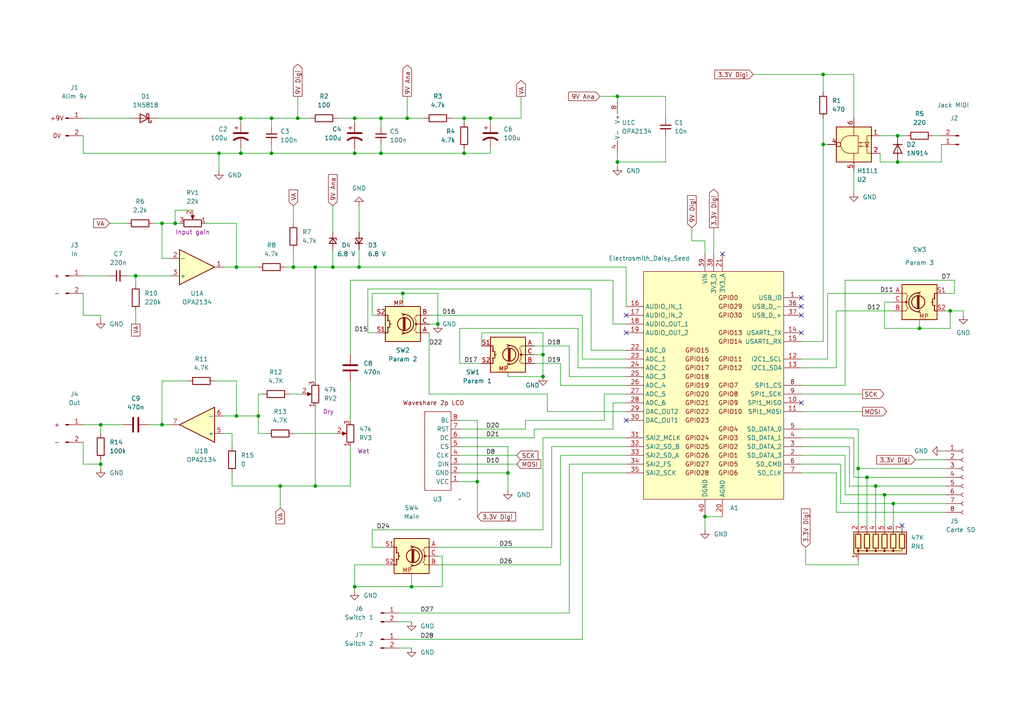
<source format=kicad_sch>
(kicad_sch (version 20231120) (generator "eeschema") (generator_version "8.0")
  (paper "A4")
  (title_block (title "PENDA (Platform for Effects oN DAisy") (date "2024-03-12") (rev "1.1") (company "Home (DADD)"))
  (lib_symbols
    (symbol "@Perso:RotaryEncoder_Switch_MP" (pin_names (offset 0.254) hide)
      (property "Reference" "SW" (at 0 6.604 0))
      (property "Value" "RotaryEncoder_Switch_MP" (at 0 -7.62 0))
      (symbol "RotaryEncoder_Switch_MP_1_1"
        (pin passive line (at -7.62 2.54 0) (length 2.54) (name "A") (number "A"))
        (pin passive line (at -7.62 -2.54 0) (length 2.54) (name "B") (number "B"))
        (pin passive line (at -7.62 0 0) (length 2.54) (name "C") (number "C"))
        (pin passive line (at 0 -5.08 0) (length 2.54) (name "MP") (number "MP"))
        (pin passive line (at 7.62 2.54 180) (length 2.54) (name "S1") (number "S1"))
        (pin passive line (at 7.62 -2.54 180) (length 2.54) (name "S2") (number "S2"))
      )
    )
    (symbol "@Perso:Waveshare_2p_LCD"
      (property "Reference" "U" (at 5.08 0 0))
      (symbol "Waveshare_2p_LCD_1_1"
        (text "Waveshare 2p LCD" (at 7.62 -27.94 0) (effects (font (size 1.27 1.27))))
        (pin power_in line (at 0 -5.08 0) (length 2.54) (name "VCC") (number "1"))
        (pin power_in line (at 0 -7.62 0) (length 2.54) (name "GND") (number "2"))
        (pin input line (at 0 -10.16 0) (length 2.54) (name "DIN") (number "3"))
        (pin input line (at 0 -12.7 0) (length 2.54) (name "CLK") (number "4"))
        (pin input line (at 0 -15.24 0) (length 2.54) (name "CS") (number "5"))
        (pin input line (at 0 -17.78 0) (length 2.54) (name "DC") (number "6"))
        (pin input line (at 0 -20.32 0) (length 2.54) (name "RST") (number "7"))
        (pin input line (at 0 -22.86 0) (length 2.54) (name "BL") (number "8"))
      )
    )
    (symbol "Amplifier_Operational:TL072" (pin_names (offset 0.127))
      (property "Reference" "U" (at 0 5.08 0))
      (property "Value" "TL072" (at 0 -5.08 0))
      (symbol "TL072_1_1"
        (pin output line (at 7.62 0 180) (length 2.54) (name "~") (number "1"))
        (pin input line (at -7.62 -2.54 0) (length 2.54) (name "-") (number "2"))
        (pin input line (at -7.62 2.54 0) (length 2.54) (name "+") (number "3"))
      )
      (symbol "TL072_2_1"
        (pin input line (at -7.62 2.54 0) (length 2.54) (name "+") (number "5"))
        (pin input line (at -7.62 -2.54 0) (length 2.54) (name "-") (number "6"))
        (pin output line (at 7.62 0 180) (length 2.54) (name "~") (number "7"))
      )
      (symbol "TL072_3_1"
        (pin power_in line (at -2.54 -7.62 90) (length 3.81) (name "V-") (number "4"))
        (pin power_in line (at -2.54 7.62 270) (length 3.81) (name "V+") (number "8"))
      )
    )
    (symbol "Conn_01x02_Pin_1" (pin_names (offset 1.016) hide)
      (property "Reference" "J2" (at 2.54 -7.62 0))
      (property "Value" "Jack MIDI" (at 6.35 -11.43 0))
      (symbol "Conn_01x02_Pin_1_1_1"
        (pin input line (at 5.08 0 180) (length 3.81) (name "Pin_1") (number "1"))
        (pin input line (at 5.08 -2.54 180) (length 3.81) (name "Pin_2") (number "2"))
      )
    )
    (symbol "Conn_01x02_Pin_2" (pin_names (offset 1.016) hide)
      (property "Reference" "J1" (at 2.54 8.89 0))
      (property "Value" "Alim 9v" (at 2.54 6.35 0))
      (symbol "Conn_01x02_Pin_2_1_1"
        (text "+9V" (at -2.54 0 0) (effects (font (size 1.27 1.27))))
        (text "0V" (at -2.54 -5.08 0) (effects (font (size 1.27 1.27))))
        (pin power_in line (at 5.08 0 180) (length 3.81) (name "Pin_1") (number "1"))
        (pin power_in line (at 5.08 -5.08 180) (length 3.81) (name "Pin_2") (number "2"))
      )
    )
    (symbol "Conn_01x02_Pin_3" (pin_names (offset 1.016) hide)
      (property "Reference" "J3" (at 2.54 8.89 0))
      (property "Value" "In" (at 2.54 6.35 0))
      (symbol "Conn_01x02_Pin_3_1_1"
        (text "+" (at -2.54 0 0) (effects (font (size 1.27 1.27))))
        (text "-" (at -2.54 -5.08 0) (effects (font (size 1.27 1.27))))
        (pin input line (at 5.08 0 180) (length 3.81) (name "+") (number "1"))
        (pin input line (at 5.08 -5.08 180) (length 3.81) (name "-") (number "2"))
      )
    )
    (symbol "Conn_01x02_Pin_4" (pin_names (offset 1.016) hide)
      (property "Reference" "J4" (at 2.54 8.89 0))
      (property "Value" "Out" (at 2.54 6.35 0))
      (property "Nom" "+" (at -2.54 0 0))
      (symbol "Conn_01x02_Pin_4_1_1"
        (text "-" (at -2.54 -5.08 0) (effects (font (size 1.27 1.27))))
        (pin output line (at 5.08 0 180) (length 3.81) (name "Pin_1") (number "1"))
        (pin output line (at 5.08 -5.08 180) (length 3.81) (name "Pin_2") (number "2"))
      )
    )
    (symbol "Connector:Conn_01x02_Pin" (pin_names (offset 1.016) hide)
      (property "Reference" "J" (at 0 2.54 0))
      (property "Value" "Conn_01x02_Pin" (at 0 -5.08 0))
      (symbol "Conn_01x02_Pin_1_1"
        (pin passive line (at 5.08 0 180) (length 3.81) (name "Pin_1") (number "1"))
        (pin passive line (at 5.08 -2.54 180) (length 3.81) (name "Pin_2") (number "2"))
      )
    )
    (symbol "Connector:Conn_01x08_Socket" (pin_names (offset 1.016) hide)
      (property "Reference" "J" (at 0 10.16 0))
      (property "Value" "Conn_01x08_Socket" (at 0 -12.7 0))
      (symbol "Conn_01x08_Socket_1_1"
        (pin passive line (at -5.08 7.62 0) (length 3.81) (name "Pin_1") (number "1"))
        (pin passive line (at -5.08 5.08 0) (length 3.81) (name "Pin_2") (number "2"))
        (pin passive line (at -5.08 2.54 0) (length 3.81) (name "Pin_3") (number "3"))
        (pin passive line (at -5.08 0 0) (length 3.81) (name "Pin_4") (number "4"))
        (pin passive line (at -5.08 -2.54 0) (length 3.81) (name "Pin_5") (number "5"))
        (pin passive line (at -5.08 -5.08 0) (length 3.81) (name "Pin_6") (number "6"))
        (pin passive line (at -5.08 -7.62 0) (length 3.81) (name "Pin_7") (number "7"))
        (pin passive line (at -5.08 -10.16 0) (length 3.81) (name "Pin_8") (number "8"))
      )
    )
    (symbol "Device:C" (pin_numbers hide) (pin_names (offset 0.254))
      (property "Reference" "C" (at 0.635 2.54 0))
      (property "Value" "C" (at 0.635 -2.54 0))
      (symbol "C_1_1"
        (pin passive line (at 0 3.81 270) (length 2.794) (name "~") (number "1"))
        (pin passive line (at 0 -3.81 90) (length 2.794) (name "~") (number "2"))
      )
    )
    (symbol "Device:C_Polarized_US" (pin_numbers hide) (pin_names (offset 0.254) hide)
      (property "Reference" "C" (at 0.635 2.54 0))
      (property "Value" "C_Polarized_US" (at 0.635 -2.54 0))
      (symbol "C_Polarized_US_1_1"
        (pin passive line (at 0 3.81 270) (length 2.794) (name "~") (number "1"))
        (pin passive line (at 0 -3.81 90) (length 3.302) (name "~") (number "2"))
      )
    )
    (symbol "Device:C_Small" (pin_numbers hide) (pin_names (offset 0.254) hide)
      (property "Reference" "C" (at 0.254 1.778 0))
      (property "Value" "C_Small" (at 0.254 -2.032 0))
      (symbol "C_Small_1_1"
        (pin passive line (at 0 2.54 270) (length 2.032) (name "~") (number "1"))
        (pin passive line (at 0 -2.54 90) (length 2.032) (name "~") (number "2"))
      )
    )
    (symbol "Device:D_Zener_Small" (pin_numbers hide) (pin_names (offset 0.254) hide)
      (property "Reference" "D" (at 0 2.286 0))
      (property "Value" "D_Zener_Small" (at 0 -2.286 0))
      (symbol "D_Zener_Small_1_1"
        (pin passive line (at -2.54 0 0) (length 1.778) (name "K") (number "1"))
        (pin passive line (at 2.54 0 180) (length 1.778) (name "A") (number "2"))
      )
    )
    (symbol "Device:R" (pin_numbers hide) (pin_names (offset 0))
      (property "Reference" "R" (at 2.032 0 90))
      (property "Value" "R" (at 0 0 90))
      (symbol "R_1_1"
        (pin passive line (at 0 3.81 270) (length 1.27) (name "~") (number "1"))
        (pin passive line (at 0 -3.81 90) (length 1.27) (name "~") (number "2"))
      )
    )
    (symbol "Device:R_Network06" (pin_names (offset 0) hide)
      (property "Reference" "RN" (at -10.16 0 90))
      (property "Value" "R_Network06" (at 7.62 0 90))
      (symbol "R_Network06_1_1"
        (pin passive line (at -7.62 5.08 270) (length 2.54) (name "common") (number "1"))
        (pin passive line (at -7.62 -5.08 90) (length 1.27) (name "R1") (number "2"))
        (pin passive line (at -5.08 -5.08 90) (length 1.27) (name "R2") (number "3"))
        (pin passive line (at -2.54 -5.08 90) (length 1.27) (name "R3") (number "4"))
        (pin passive line (at 0 -5.08 90) (length 1.27) (name "R4") (number "5"))
        (pin passive line (at 2.54 -5.08 90) (length 1.27) (name "R5") (number "6"))
        (pin passive line (at 5.08 -5.08 90) (length 1.27) (name "R6") (number "7"))
      )
    )
    (symbol "Device:R_Potentiometer" (pin_names (offset 1.016) hide)
      (property "Reference" "RV" (at -4.445 0 90))
      (property "Value" "R_Potentiometer" (at -2.54 0 90))
      (symbol "R_Potentiometer_1_1"
        (pin passive line (at 0 3.81 270) (length 1.27) (name "1") (number "1"))
        (pin passive line (at 3.81 0 180) (length 1.27) (name "2") (number "2"))
        (pin passive line (at 0 -3.81 90) (length 1.27) (name "3") (number "3"))
      )
    )
    (symbol "Diode:1N5818" (pin_numbers hide) (pin_names (offset 1.016) hide)
      (property "Reference" "D" (at 0 2.54 0))
      (property "Value" "1N5818" (at 0 -2.54 0))
      (symbol "1N5818_1_1"
        (pin passive line (at -3.81 0 0) (length 2.54) (name "K") (number "1"))
        (pin passive line (at 3.81 0 180) (length 2.54) (name "A") (number "2"))
      )
    )
    (symbol "Diode:1N914" (pin_numbers hide) (pin_names hide)
      (property "Reference" "D" (at 0 2.54 0))
      (property "Value" "1N914" (at 0 -2.54 0))
      (symbol "1N914_1_1"
        (pin passive line (at -3.81 0 0) (length 2.54) (name "K") (number "1"))
        (pin passive line (at 3.81 0 180) (length 2.54) (name "A") (number "2"))
      )
    )
    (symbol "Isolator:H11L1" (pin_names (offset 1.016))
      (property "Reference" "U" (at 1.27 8.89 0))
      (property "Value" "H11L1" (at 1.27 6.35 0))
      (symbol "H11L1_1_1"
        (pin passive line (at -7.62 2.54 0) (length 2.54) (name "~") (number "1"))
        (pin passive line (at -7.62 -2.54 0) (length 2.54) (name "~") (number "2"))
        (pin no_connect line (at -5.08 0 0) (length 2.54) hide (name "~") (number "3"))
        (pin output inverted (at 7.62 0 180) (length 3.81) (name "~") (number "4"))
        (pin power_in line (at 0 -7.62 90) (length 2.54) (name "~") (number "5"))
        (pin power_in line (at 0 7.62 270) (length 2.54) (name "~") (number "6"))
      )
    )
    (symbol "MCU_Module:Electrosmith_Daisy_Seed_Rev4"
      (property "Reference" "A1" (at 4.7341 -35.56 0))
      (property "Value" "Electrosmith_Daisy_Seed" (at -30.48 36.83 0))
      (symbol "Electrosmith_Daisy_Seed_Rev4_0_0"
        (text "GPIO0" (at 1.27 25.4 0) (effects (font (size 1.27 1.27)) (justify left)))
        (text "GPIO1" (at 1.27 -20.32 0) (effects (font (size 1.27 1.27)) (justify left)))
        (text "GPIO10" (at 1.27 -7.62 0) (effects (font (size 1.27 1.27)) (justify left)))
        (text "GPIO11" (at 1.27 7.62 0) (effects (font (size 1.27 1.27)) (justify left)))
        (text "GPIO12" (at 1.27 5.08 0) (effects (font (size 1.27 1.27)) (justify left)))
        (text "GPIO13" (at 1.27 15.24 0) (effects (font (size 1.27 1.27)) (justify left)))
        (text "GPIO14" (at 1.27 12.7 0) (effects (font (size 1.27 1.27)) (justify left)))
        (text "GPIO15" (at -1.27 10.16 0) (effects (font (size 1.27 1.27)) (justify right)))
        (text "GPIO16" (at -1.27 7.62 0) (effects (font (size 1.27 1.27)) (justify right)))
        (text "GPIO17" (at -1.27 5.08 0) (effects (font (size 1.27 1.27)) (justify right)))
        (text "GPIO18" (at -1.27 2.54 0) (effects (font (size 1.27 1.27)) (justify right)))
        (text "GPIO19" (at -1.27 0 0) (effects (font (size 1.27 1.27)) (justify right)))
        (text "GPIO2" (at 1.27 -17.78 0) (effects (font (size 1.27 1.27)) (justify left)))
        (text "GPIO20" (at -1.27 -2.54 0) (effects (font (size 1.27 1.27)) (justify right)))
        (text "GPIO21" (at -1.27 -5.08 0) (effects (font (size 1.27 1.27)) (justify right)))
        (text "GPIO22" (at -1.27 -7.62 0) (effects (font (size 1.27 1.27)) (justify right)))
        (text "GPIO23" (at -1.27 -10.16 0) (effects (font (size 1.27 1.27)) (justify right)))
        (text "GPIO24" (at -1.27 -15.24 0) (effects (font (size 1.27 1.27)) (justify right)))
        (text "GPIO25" (at -1.27 -17.78 0) (effects (font (size 1.27 1.27)) (justify right)))
        (text "GPIO26" (at -1.27 -20.32 0) (effects (font (size 1.27 1.27)) (justify right)))
        (text "GPIO27" (at -1.27 -22.86 0) (effects (font (size 1.27 1.27)) (justify right)))
        (text "GPIO28" (at -1.27 -25.4 0) (effects (font (size 1.27 1.27)) (justify right)))
        (text "GPIO29" (at 1.27 22.86 0) (effects (font (size 1.27 1.27)) (justify left)))
        (text "GPIO3" (at 1.27 -15.24 0) (effects (font (size 1.27 1.27)) (justify left)))
        (text "GPIO30" (at 1.27 20.32 0) (effects (font (size 1.27 1.27)) (justify left)))
        (text "GPIO4" (at 1.27 -12.7 0) (effects (font (size 1.27 1.27)) (justify left)))
        (text "GPIO5" (at 1.27 -22.86 0) (effects (font (size 1.27 1.27)) (justify left)))
        (text "GPIO6" (at 1.27 -25.4 0) (effects (font (size 1.27 1.27)) (justify left)))
        (text "GPIO7" (at 1.27 0 0) (effects (font (size 1.27 1.27)) (justify left)))
        (text "GPIO8" (at 1.27 -2.54 0) (effects (font (size 1.27 1.27)) (justify left)))
        (text "GPIO9" (at 1.27 -5.08 0) (effects (font (size 1.27 1.27)) (justify left)))
        (pin bidirectional line (at 25.4 25.4 180) (length 5.08) (name "USB_ID") (number "1"))
        (pin bidirectional line (at 25.4 7.62 180) (length 5.08) (name "I2C1_SCL") (number "12"))
        (pin bidirectional line (at 25.4 5.08 180) (length 5.08) (name "I2C1_SDA") (number "13"))
        (pin bidirectional line (at 25.4 15.24 180) (length 5.08) (name "USART1_TX") (number "14"))
        (pin bidirectional line (at 25.4 12.7 180) (length 5.08) (name "USART1_RX") (number "15"))
        (pin input line (at -25.4 22.86 0) (length 5.08) (name "AUDIO_IN_1") (number "16"))
        (pin input line (at -25.4 20.32 0) (length 5.08) (name "AUDIO_IN_2") (number "17"))
        (pin output line (at -25.4 17.78 0) (length 5.08) (name "AUDIO_OUT_1") (number "18"))
        (pin output line (at -25.4 15.24 0) (length 5.08) (name "AUDIO_OUT_2") (number "19"))
        (pin bidirectional line (at 25.4 -20.32 180) (length 5.08) (name "SD_DATA_3") (number "2"))
        (pin power_in line (at 2.54 -38.1 90) (length 5.08) (name "AGND") (number "20"))
        (pin power_out line (at 2.54 38.1 270) (length 5.08) (name "3V3_A") (number "21"))
        (pin bidirectional line (at -25.4 10.16 0) (length 5.08) (name "ADC_0") (number "22"))
        (pin bidirectional line (at -25.4 7.62 0) (length 5.08) (name "ADC_1") (number "23"))
        (pin bidirectional line (at -25.4 5.08 0) (length 5.08) (name "ADC_2") (number "24"))
        (pin bidirectional line (at -25.4 2.54 0) (length 5.08) (name "ADC_3") (number "25"))
        (pin bidirectional line (at -25.4 0 0) (length 5.08) (name "ADC_4") (number "26"))
        (pin bidirectional line (at -25.4 -2.54 0) (length 5.08) (name "ADC_5") (number "27"))
        (pin bidirectional line (at -25.4 -5.08 0) (length 5.08) (name "ADC_6") (number "28"))
        (pin bidirectional line (at -25.4 -7.62 0) (length 5.08) (name "DAC_OUT2") (number "29"))
        (pin bidirectional line (at 25.4 -17.78 180) (length 5.08) (name "SD_DATA_2") (number "3"))
        (pin bidirectional line (at -25.4 -10.16 0) (length 5.08) (name "DAC_OUT1") (number "30"))
        (pin bidirectional line (at -25.4 -15.24 0) (length 5.08) (name "SAI2_MCLK") (number "31"))
        (pin bidirectional line (at -25.4 -17.78 0) (length 5.08) (name "SAI2_SD_B") (number "32"))
        (pin bidirectional line (at -25.4 -20.32 0) (length 5.08) (name "SAI2_SD_A") (number "33"))
        (pin bidirectional line (at -25.4 -22.86 0) (length 5.08) (name "SAI2_FS") (number "34"))
        (pin bidirectional line (at -25.4 -25.4 0) (length 5.08) (name "SAI2_SCK") (number "35"))
        (pin bidirectional line (at 25.4 22.86 180) (length 5.08) (name "USB_D_-") (number "36"))
        (pin bidirectional line (at 25.4 20.32 180) (length 5.08) (name "USB_D_+") (number "37"))
        (pin power_out line (at 0 38.1 270) (length 5.08) (name "3V3_D") (number "38"))
        (pin bidirectional line (at 25.4 -15.24 180) (length 5.08) (name "SD_DATA_1") (number "4"))
        (pin power_in line (at -2.54 -38.1 90) (length 5.08) (name "DGND") (number "40"))
        (pin bidirectional line (at 25.4 -12.7 180) (length 5.08) (name "SD_DATA_0") (number "5"))
        (pin bidirectional line (at 25.4 -22.86 180) (length 5.08) (name "SD_CMD") (number "6"))
        (pin bidirectional line (at 25.4 -25.4 180) (length 5.08) (name "SD_CLK") (number "7"))
        (pin bidirectional line (at 25.4 0 180) (length 5.08) (name "SPI1_CS") (number "8"))
        (pin bidirectional line (at 25.4 -2.54 180) (length 5.08) (name "SPI1_SCK") (number "9"))
      )
      (symbol "Electrosmith_Daisy_Seed_Rev4_1_0"
        (pin bidirectional line (at 25.4 -5.08 180) (length 5.08) (name "SPI1_MISO") (number "10"))
        (pin bidirectional line (at 25.4 -7.62 180) (length 5.08) (name "SPI1_M0SI") (number "11"))
        (pin power_in line (at -2.54 38.1 270) (length 5.08) (name "VIN") (number "39"))
      )
    )
    (symbol "power:GND" (power) (pin_names (offset 0))
      (property "Value" "GND" (at 0 -3.81 0))
      (symbol "GND_1_1"
        (pin power_in line (at 0 0 270) (length 0) hide (name "GND") (number "1"))
      )
    )
  )
  (junction (at 157.48 109.22))
  (junction (at 138.43 139.7))
  (junction (at 204.47 149.86))
  (junction (at 74.93 120.65))
  (junction (at 251.46 138.43))
  (junction (at 238.76 41.91))
  (junction (at 69.85 44.45))
  (junction (at 116.84 85.09))
  (junction (at 266.7 95.25))
  (junction (at 119.38 170.18))
  (junction (at 179.07 46.99))
  (junction (at 68.58 77.47))
  (junction (at 86.36 34.29))
  (junction (at 91.44 140.97))
  (junction (at 96.52 77.47))
  (junction (at 134.62 44.45))
  (junction (at 248.92 135.89))
  (junction (at 46.99 64.77))
  (junction (at 110.49 44.45))
  (junction (at 127 93.98))
  (junction (at 85.09 77.47))
  (junction (at 102.87 170.18))
  (junction (at 68.58 120.65))
  (junction (at 63.5 44.45))
  (junction (at 102.87 44.45))
  (junction (at 256.54 143.51))
  (junction (at 259.08 146.05))
  (junction (at 157.48 102.87))
  (junction (at 81.28 140.97))
  (junction (at 102.87 34.29))
  (junction (at 78.74 34.29))
  (junction (at 118.11 34.29))
  (junction (at 50.8 64.77))
  (junction (at 91.44 77.47))
  (junction (at 179.07 27.94))
  (junction (at 147.32 137.16))
  (junction (at 39.37 80.01))
  (junction (at 275.59 90.17))
  (junction (at 104.14 77.47))
  (junction (at 29.21 134.62))
  (junction (at 260.35 39.37))
  (junction (at 254 140.97))
  (junction (at 69.85 34.29))
  (junction (at 260.35 46.99))
  (junction (at 46.99 123.19))
  (junction (at 29.21 123.19))
  (junction (at 142.24 34.29))
  (junction (at 134.62 34.29))
  (junction (at 238.76 21.59))
  (junction (at 78.74 44.45))
  (junction (at 110.49 34.29))
  (no_connect (at 181.61 121.92))
  (no_connect (at 232.41 96.52))
  (no_connect (at 209.55 73.66))
  (no_connect (at 261.62 152.4))
  (no_connect (at 181.61 96.52))
  (no_connect (at 232.41 86.36))
  (no_connect (at 232.41 91.44))
  (no_connect (at 232.41 116.84))
  (no_connect (at 181.61 91.44))
  (no_connect (at 232.41 88.9))
  (wire (pts (xy 69.85 44.45) (xy 78.74 44.45)))
  (wire (pts (xy 106.68 96.52) (xy 106.68 83.82)))
  (wire (pts (xy 29.21 123.19) (xy 29.21 125.73)))
  (wire (pts (xy 62.23 110.49) (xy 68.58 110.49)))
  (wire (pts (xy 181.61 132.08) (xy 162.56 132.08)))
  (wire (pts (xy 102.87 171.45) (xy 102.87 170.18)))
  (wire (pts (xy 124.46 114.3) (xy 158.75 114.3)))
  (wire (pts (xy 238.76 21.59) (xy 247.65 21.59)))
  (wire (pts (xy 101.6 81.28) (xy 101.6 102.87)))
  (wire (pts (xy 248.92 135.89) (xy 248.92 152.4)))
  (wire (pts (xy 130.81 34.29) (xy 134.62 34.29)))
  (wire (pts (xy 102.87 35.56) (xy 102.87 34.29)))
  (wire (pts (xy 154.94 127) (xy 154.94 124.46)))
  (wire (pts (xy 157.48 109.22) (xy 157.48 102.87)))
  (wire (pts (xy 233.68 158.75) (xy 233.68 163.83)))
  (wire (pts (xy 119.38 166.37) (xy 119.38 170.18)))
  (wire (pts (xy 154.94 124.46) (xy 177.8 124.46)))
  (wire (pts (xy 232.41 104.14) (xy 240.03 104.14)))
  (wire (pts (xy 275.59 90.17) (xy 274.32 90.17)))
  (wire (pts (xy 124.46 91.44) (xy 168.91 91.44)))
  (wire (pts (xy 274.32 130.81) (xy 273.05 130.81)))
  (wire (pts (xy 29.21 134.62) (xy 29.21 135.89)))
  (wire (pts (xy 133.35 95.25) (xy 133.35 105.41)))
  (wire (pts (xy 46.99 64.77) (xy 50.8 64.77)))
  (wire (pts (xy 91.44 118.11) (xy 91.44 140.97)))
  (wire (pts (xy 274.32 85.09) (xy 276.86 85.09)))
  (wire (pts (xy 109.22 96.52) (xy 106.68 96.52)))
  (wire (pts (xy 24.13 39.37) (xy 24.13 44.45)))
  (wire (pts (xy 96.52 72.39) (xy 96.52 77.47)))
  (wire (pts (xy 78.74 44.45) (xy 102.87 44.45)))
  (wire (pts (xy 181.61 93.98) (xy 177.8 93.98)))
  (wire (pts (xy 256.54 95.25) (xy 266.7 95.25)))
  (wire (pts (xy 243.84 146.05) (xy 259.08 146.05)))
  (wire (pts (xy 147.32 107.95) (xy 147.32 109.22)))
  (wire (pts (xy 181.61 77.47) (xy 181.61 88.9)))
  (wire (pts (xy 207.01 66.04) (xy 207.01 73.66)))
  (wire (pts (xy 154.94 100.33) (xy 165.1 100.33)))
  (wire (pts (xy 44.45 64.77) (xy 46.99 64.77)))
  (wire (pts (xy 110.49 36.83) (xy 110.49 34.29)))
  (wire (pts (xy 245.11 81.28) (xy 245.11 111.76)))
  (wire (pts (xy 64.77 120.65) (xy 68.58 120.65)))
  (wire (pts (xy 67.31 125.73) (xy 67.31 129.54)))
  (wire (pts (xy 266.7 92.71) (xy 266.7 95.25)))
  (wire (pts (xy 134.62 44.45) (xy 142.24 44.45)))
  (wire (pts (xy 240.03 85.09) (xy 240.03 104.14)))
  (wire (pts (xy 24.13 80.01) (xy 31.75 80.01)))
  (wire (pts (xy 134.62 44.45) (xy 134.62 43.18)))
  (wire (pts (xy 78.74 34.29) (xy 86.36 34.29)))
  (wire (pts (xy 110.49 44.45) (xy 134.62 44.45)))
  (wire (pts (xy 69.85 35.56) (xy 69.85 34.29)))
  (wire (pts (xy 168.91 185.42) (xy 168.91 137.16)))
  (wire (pts (xy 115.57 187.96) (xy 119.38 187.96)))
  (wire (pts (xy 154.94 105.41) (xy 162.56 105.41)))
  (wire (pts (xy 85.09 77.47) (xy 91.44 77.47)))
  (wire (pts (xy 238.76 99.06) (xy 238.76 41.91)))
  (wire (pts (xy 115.57 177.8) (xy 165.1 177.8)))
  (wire (pts (xy 116.84 85.09) (xy 116.84 88.9)))
  (wire (pts (xy 242.57 137.16) (xy 242.57 148.59)))
  (wire (pts (xy 46.99 123.19) (xy 49.53 123.19)))
  (wire (pts (xy 181.61 106.68) (xy 167.64 106.68)))
  (wire (pts (xy 177.8 93.98) (xy 177.8 81.28)))
  (wire (pts (xy 91.44 77.47) (xy 96.52 77.47)))
  (wire (pts (xy 139.7 96.52) (xy 157.48 96.52)))
  (wire (pts (xy 67.31 137.16) (xy 67.31 140.97)))
  (wire (pts (xy 255.27 44.45) (xy 255.27 46.99)))
  (wire (pts (xy 204.47 69.85) (xy 204.47 73.66)))
  (wire (pts (xy 115.57 185.42) (xy 168.91 185.42)))
  (wire (pts (xy 82.55 77.47) (xy 85.09 77.47)))
  (wire (pts (xy 104.14 59.69) (xy 104.14 67.31)))
  (wire (pts (xy 78.74 34.29) (xy 78.74 36.83)))
  (wire (pts (xy 29.21 91.44) (xy 29.21 92.71)))
  (wire (pts (xy 133.35 137.16) (xy 147.32 137.16)))
  (wire (pts (xy 133.35 139.7) (xy 138.43 139.7)))
  (wire (pts (xy 242.57 90.17) (xy 242.57 106.68)))
  (wire (pts (xy 238.76 21.59) (xy 238.76 26.67)))
  (wire (pts (xy 260.35 39.37) (xy 262.89 39.37)))
  (wire (pts (xy 69.85 34.29) (xy 78.74 34.29)))
  (wire (pts (xy 24.13 134.62) (xy 29.21 134.62)))
  (wire (pts (xy 251.46 138.43) (xy 251.46 152.4)))
  (wire (pts (xy 59.69 64.77) (xy 68.58 64.77)))
  (wire (pts (xy 86.36 34.29) (xy 90.17 34.29)))
  (wire (pts (xy 29.21 123.19) (xy 35.56 123.19)))
  (wire (pts (xy 147.32 137.16) (xy 147.32 142.24)))
  (wire (pts (xy 77.47 125.73) (xy 74.93 125.73)))
  (wire (pts (xy 138.43 149.86) (xy 138.43 139.7)))
  (wire (pts (xy 142.24 44.45) (xy 142.24 43.18)))
  (wire (pts (xy 232.41 132.08) (xy 245.11 132.08)))
  (wire (pts (xy 157.48 96.52) (xy 157.48 102.87)))
  (wire (pts (xy 259.08 146.05) (xy 274.32 146.05)))
  (wire (pts (xy 83.82 114.3) (xy 87.63 114.3)))
  (wire (pts (xy 128.27 161.29) (xy 128.27 170.18)))
  (wire (pts (xy 102.87 34.29) (xy 110.49 34.29)))
  (wire (pts (xy 24.13 34.29) (xy 38.1 34.29)))
  (wire (pts (xy 101.6 129.54) (xy 101.6 140.97)))
  (wire (pts (xy 251.46 138.43) (xy 274.32 138.43)))
  (wire (pts (xy 55.88 60.96) (xy 50.8 60.96)))
  (wire (pts (xy 39.37 90.17) (xy 39.37 93.98)))
  (wire (pts (xy 255.27 46.99) (xy 260.35 46.99)))
  (wire (pts (xy 102.87 170.18) (xy 119.38 170.18)))
  (wire (pts (xy 232.41 99.06) (xy 238.76 99.06)))
  (wire (pts (xy 248.92 163.83) (xy 248.92 162.56)))
  (wire (pts (xy 116.84 85.09) (xy 127 85.09)))
  (wire (pts (xy 107.95 153.67) (xy 157.48 153.67)))
  (wire (pts (xy 67.31 140.97) (xy 81.28 140.97)))
  (wire (pts (xy 177.8 116.84) (xy 181.61 116.84)))
  (wire (pts (xy 24.13 44.45) (xy 63.5 44.45)))
  (wire (pts (xy 91.44 140.97) (xy 101.6 140.97)))
  (wire (pts (xy 142.24 35.56) (xy 142.24 34.29)))
  (wire (pts (xy 181.61 129.54) (xy 160.02 129.54)))
  (wire (pts (xy 168.91 91.44) (xy 168.91 104.14)))
  (wire (pts (xy 127 161.29) (xy 128.27 161.29)))
  (wire (pts (xy 247.65 127) (xy 247.65 138.43)))
  (wire (pts (xy 118.11 34.29) (xy 123.19 34.29)))
  (wire (pts (xy 204.47 149.86) (xy 209.55 149.86)))
  (wire (pts (xy 31.75 64.77) (xy 36.83 64.77)))
  (wire (pts (xy 160.02 129.54) (xy 160.02 158.75)))
  (wire (pts (xy 24.13 85.09) (xy 24.13 91.44)))
  (wire (pts (xy 275.59 90.17) (xy 275.59 95.25)))
  (wire (pts (xy 106.68 83.82) (xy 171.45 83.82)))
  (wire (pts (xy 110.49 41.91) (xy 110.49 44.45)))
  (wire (pts (xy 255.27 39.37) (xy 260.35 39.37)))
  (wire (pts (xy 151.13 27.94) (xy 151.13 34.29)))
  (wire (pts (xy 238.76 34.29) (xy 238.76 41.91)))
  (wire (pts (xy 165.1 134.62) (xy 181.61 134.62)))
  (wire (pts (xy 165.1 109.22) (xy 165.1 100.33)))
  (wire (pts (xy 74.93 114.3) (xy 76.2 114.3)))
  (wire (pts (xy 97.79 34.29) (xy 102.87 34.29)))
  (wire (pts (xy 270.51 39.37) (xy 273.05 39.37)))
  (wire (pts (xy 179.07 46.99) (xy 193.04 46.99)))
  (wire (pts (xy 50.8 64.77) (xy 52.07 64.77)))
  (wire (pts (xy 181.61 114.3) (xy 175.26 114.3)))
  (wire (pts (xy 49.53 74.93) (xy 46.99 74.93)))
  (wire (pts (xy 115.57 180.34) (xy 119.38 180.34)))
  (wire (pts (xy 273.05 41.91) (xy 273.05 46.99)))
  (wire (pts (xy 43.18 123.19) (xy 46.99 123.19)))
  (wire (pts (xy 134.62 34.29) (xy 142.24 34.29)))
  (wire (pts (xy 167.64 106.68) (xy 167.64 95.25)))
  (wire (pts (xy 134.62 35.56) (xy 134.62 34.29)))
  (wire (pts (xy 276.86 81.28) (xy 245.11 81.28)))
  (wire (pts (xy 102.87 163.83) (xy 102.87 170.18)))
  (wire (pts (xy 24.13 123.19) (xy 29.21 123.19)))
  (wire (pts (xy 133.35 134.62) (xy 149.86 134.62)))
  (wire (pts (xy 124.46 96.52) (xy 124.46 114.3)))
  (wire (pts (xy 102.87 163.83) (xy 111.76 163.83)))
  (wire (pts (xy 254 140.97) (xy 274.32 140.97)))
  (wire (pts (xy 127 163.83) (xy 162.56 163.83)))
  (wire (pts (xy 193.04 27.94) (xy 193.04 34.29)))
  (wire (pts (xy 102.87 44.45) (xy 102.87 43.18)))
  (wire (pts (xy 177.8 116.84) (xy 177.8 124.46)))
  (wire (pts (xy 104.14 72.39) (xy 104.14 77.47)))
  (wire (pts (xy 266.7 95.25) (xy 275.59 95.25)))
  (wire (pts (xy 107.95 91.44) (xy 109.22 91.44)))
  (wire (pts (xy 81.28 140.97) (xy 91.44 140.97)))
  (wire (pts (xy 46.99 110.49) (xy 46.99 123.19)))
  (wire (pts (xy 243.84 134.62) (xy 243.84 146.05)))
  (wire (pts (xy 246.38 129.54) (xy 246.38 140.97)))
  (wire (pts (xy 245.11 132.08) (xy 245.11 143.51)))
  (wire (pts (xy 64.77 77.47) (xy 68.58 77.47)))
  (wire (pts (xy 179.07 46.99) (xy 179.07 48.26)))
  (wire (pts (xy 232.41 119.38) (xy 250.19 119.38)))
  (wire (pts (xy 64.77 125.73) (xy 67.31 125.73)))
  (wire (pts (xy 232.41 106.68) (xy 242.57 106.68)))
  (wire (pts (xy 200.66 66.04) (xy 200.66 69.85)))
  (wire (pts (xy 248.92 124.46) (xy 248.92 135.89)))
  (wire (pts (xy 247.65 49.53) (xy 247.65 55.88)))
  (wire (pts (xy 85.09 72.39) (xy 85.09 77.47)))
  (wire (pts (xy 133.35 105.41) (xy 139.7 105.41)))
  (wire (pts (xy 256.54 143.51) (xy 274.32 143.51)))
  (wire (pts (xy 279.4 90.17) (xy 275.59 90.17)))
  (wire (pts (xy 232.41 134.62) (xy 243.84 134.62)))
  (wire (pts (xy 111.76 158.75) (xy 107.95 158.75)))
  (wire (pts (xy 39.37 80.01) (xy 49.53 80.01)))
  (wire (pts (xy 104.14 77.47) (xy 181.61 77.47)))
  (wire (pts (xy 238.76 41.91) (xy 240.03 41.91)))
  (wire (pts (xy 81.28 140.97) (xy 81.28 147.32)))
  (wire (pts (xy 259.08 90.17) (xy 242.57 90.17)))
  (wire (pts (xy 68.58 120.65) (xy 74.93 120.65)))
  (wire (pts (xy 193.04 39.37) (xy 193.04 46.99)))
  (wire (pts (xy 233.68 163.83) (xy 248.92 163.83)))
  (wire (pts (xy 142.24 34.29) (xy 151.13 34.29)))
  (wire (pts (xy 74.93 120.65) (xy 74.93 114.3)))
  (wire (pts (xy 279.4 90.17) (xy 279.4 91.44)))
  (wire (pts (xy 86.36 27.94) (xy 86.36 34.29)))
  (wire (pts (xy 259.08 87.63) (xy 256.54 87.63)))
  (wire (pts (xy 102.87 44.45) (xy 110.49 44.45)))
  (wire (pts (xy 107.95 85.09) (xy 116.84 85.09)))
  (wire (pts (xy 85.09 59.69) (xy 85.09 64.77)))
  (wire (pts (xy 133.35 121.92) (xy 138.43 121.92)))
  (wire (pts (xy 36.83 80.01) (xy 39.37 80.01)))
  (wire (pts (xy 232.41 114.3) (xy 250.19 114.3)))
  (wire (pts (xy 63.5 44.45) (xy 63.5 49.53)))
  (wire (pts (xy 245.11 143.51) (xy 256.54 143.51)))
  (wire (pts (xy 259.08 85.09) (xy 240.03 85.09)))
  (wire (pts (xy 162.56 111.76) (xy 181.61 111.76)))
  (wire (pts (xy 246.38 140.97) (xy 254 140.97)))
  (wire (pts (xy 133.35 124.46) (xy 152.4 124.46)))
  (wire (pts (xy 152.4 121.92) (xy 175.26 121.92)))
  (wire (pts (xy 260.35 46.99) (xy 273.05 46.99)))
  (wire (pts (xy 162.56 132.08) (xy 162.56 163.83)))
  (wire (pts (xy 68.58 77.47) (xy 74.93 77.47)))
  (wire (pts (xy 247.65 21.59) (xy 247.65 34.29)))
  (wire (pts (xy 50.8 60.96) (xy 50.8 64.77)))
  (wire (pts (xy 232.41 124.46) (xy 248.92 124.46)))
  (wire (pts (xy 68.58 120.65) (xy 68.58 110.49)))
  (wire (pts (xy 96.52 59.69) (xy 96.52 67.31)))
  (wire (pts (xy 171.45 83.82) (xy 171.45 101.6)))
  (wire (pts (xy 46.99 74.93) (xy 46.99 64.77)))
  (wire (pts (xy 181.61 109.22) (xy 165.1 109.22)))
  (wire (pts (xy 133.35 127) (xy 154.94 127)))
  (wire (pts (xy 127 158.75) (xy 160.02 158.75)))
  (wire (pts (xy 157.48 127) (xy 157.48 153.67)))
  (wire (pts (xy 24.13 91.44) (xy 29.21 91.44)))
  (wire (pts (xy 127 93.98) (xy 127 85.09)))
  (wire (pts (xy 107.95 91.44) (xy 107.95 85.09)))
  (wire (pts (xy 168.91 137.16) (xy 181.61 137.16)))
  (wire (pts (xy 96.52 77.47) (xy 104.14 77.47)))
  (wire (pts (xy 68.58 64.77) (xy 68.58 77.47)))
  (wire (pts (xy 173.99 27.94) (xy 179.07 27.94)))
  (wire (pts (xy 218.44 21.59) (xy 238.76 21.59)))
  (wire (pts (xy 256.54 87.63) (xy 256.54 95.25)))
  (wire (pts (xy 85.09 125.73) (xy 97.79 125.73)))
  (wire (pts (xy 232.41 127) (xy 247.65 127)))
  (wire (pts (xy 29.21 133.35) (xy 29.21 134.62)))
  (wire (pts (xy 74.93 120.65) (xy 74.93 125.73)))
  (wire (pts (xy 46.99 110.49) (xy 54.61 110.49)))
  (wire (pts (xy 175.26 114.3) (xy 175.26 121.92)))
  (wire (pts (xy 147.32 109.22) (xy 157.48 109.22)))
  (wire (pts (xy 276.86 85.09) (xy 276.86 81.28)))
  (wire (pts (xy 248.92 135.89) (xy 274.32 135.89)))
  (wire (pts (xy 232.41 129.54) (xy 246.38 129.54)))
  (wire (pts (xy 158.75 114.3) (xy 158.75 119.38)))
  (wire (pts (xy 91.44 77.47) (xy 91.44 110.49)))
  (wire (pts (xy 152.4 124.46) (xy 152.4 121.92)))
  (wire (pts (xy 254 140.97) (xy 254 152.4)))
  (wire (pts (xy 256.54 143.51) (xy 256.54 152.4)))
  (wire (pts (xy 139.7 100.33) (xy 139.7 96.52)))
  (wire (pts (xy 45.72 34.29) (xy 69.85 34.29)))
  (wire (pts (xy 101.6 110.49) (xy 101.6 121.92)))
  (wire (pts (xy 242.57 148.59) (xy 274.32 148.59)))
  (wire (pts (xy 158.75 119.38) (xy 181.61 119.38)))
  (wire (pts (xy 39.37 80.01) (xy 39.37 82.55)))
  (wire (pts (xy 133.35 95.25) (xy 167.64 95.25)))
  (wire (pts (xy 179.07 27.94) (xy 179.07 29.21)))
  (wire (pts (xy 265.43 133.35) (xy 274.32 133.35)))
  (wire (pts (xy 133.35 132.08) (xy 149.86 132.08)))
  (wire (pts (xy 124.46 93.98) (xy 127 93.98)))
  (wire (pts (xy 232.41 137.16) (xy 242.57 137.16)))
  (wire (pts (xy 138.43 121.92) (xy 138.43 139.7)))
  (wire (pts (xy 118.11 27.94) (xy 118.11 34.29)))
  (wire (pts (xy 179.07 44.45) (xy 179.07 46.99)))
  (wire (pts (xy 165.1 177.8) (xy 165.1 134.62)))
  (wire (pts (xy 63.5 44.45) (xy 69.85 44.45)))
  (wire (pts (xy 78.74 41.91) (xy 78.74 44.45)))
  (wire (pts (xy 171.45 101.6) (xy 181.61 101.6)))
  (wire (pts (xy 245.11 111.76) (xy 232.41 111.76)))
  (wire (pts (xy 154.94 102.87) (xy 157.48 102.87)))
  (wire (pts (xy 69.85 44.45) (xy 69.85 43.18)))
  (wire (pts (xy 107.95 158.75) (xy 107.95 153.67)))
  (wire (pts (xy 118.11 34.29) (xy 110.49 34.29)))
  (wire (pts (xy 133.35 129.54) (xy 147.32 129.54)))
  (wire (pts (xy 247.65 138.43) (xy 251.46 138.43)))
  (wire (pts (xy 259.08 146.05) (xy 259.08 152.4)))
  (wire (pts (xy 204.47 153.67) (xy 204.47 149.86)))
  (wire (pts (xy 157.48 127) (xy 181.61 127)))
  (wire (pts (xy 24.13 128.27) (xy 24.13 134.62)))
  (wire (pts (xy 119.38 170.18) (xy 128.27 170.18)))
  (wire (pts (xy 179.07 27.94) (xy 193.04 27.94)))
  (wire (pts (xy 168.91 104.14) (xy 181.61 104.14)))
  (wire (pts (xy 147.32 129.54) (xy 147.32 137.16)))
  (wire (pts (xy 200.66 69.85) (xy 204.47 69.85)))
  (wire (pts (xy 101.6 81.28) (xy 177.8 81.28)))
  (wire (pts (xy 162.56 105.41) (xy 162.56 111.76)))
  (label "D28" (at 121.92 185.42 0))
  (label "D18" (at 158.75 100.33 0))
  (label "D20" (at 140.97 124.46 0))
  (label "D10" (at 140.97 134.62 0))
  (label "D26" (at 144.78 163.83 0))
  (label "D25" (at 144.78 158.75 0))
  (label "D21" (at 140.97 127 0))
  (label "D11" (at 255.27 85.09 0))
  (label "D27" (at 121.92 177.8 0))
  (label "D8" (at 140.97 132.08 0))
  (label "D16" (at 128.27 91.44 0))
  (label "D19" (at 158.75 105.41 0))
  (label "D15" (at 106.68 96.52 180))
  (label "D24" (at 109.22 153.67 0))
  (label "D22" (at 124.46 100.33 0))
  (label "D7" (at 273.05 81.28 0))
  (label "D12" (at 251.46 90.17 0))
  (label "D17" (at 134.62 105.41 0))
  (global_label "SCK" (shape output) (at 250.19 114.3 0) (property "Intersheetrefs" "${INTERSHEET_REFS}" (effects (hide yes))))
  (global_label "9V Ana" (shape output) (at 118.11 27.94 90) (property "Intersheetrefs" "${INTERSHEET_REFS}" (effects (hide yes))))
  (global_label "3.3V Digi" (shape input) (at 265.43 133.35 180) (property "Intersheetrefs" "${INTERSHEET_REFS}" (effects (hide yes))))
  (global_label "9V Ana" (shape input) (at 96.52 59.69 90) (property "Intersheetrefs" "${INTERSHEET_REFS}" (effects (hide yes))))
  (global_label "VA" (shape input) (at 31.75 64.77 180) (property "Intersheetrefs" "${INTERSHEET_REFS}" (effects (hide yes))))
  (global_label "9V Ana" (shape input) (at 173.99 27.94 180) (property "Intersheetrefs" "${INTERSHEET_REFS}" (effects (hide yes))))
  (global_label "VA" (shape input) (at 85.09 59.69 90) (property "Intersheetrefs" "${INTERSHEET_REFS}" (effects (hide yes))))
  (global_label "3.3V Digi" (shape input) (at 233.68 158.75 90) (property "Intersheetrefs" "${INTERSHEET_REFS}" (effects (hide yes))))
  (global_label "3.3V Digi" (shape input) (at 138.43 149.86 0) (property "Intersheetrefs" "${INTERSHEET_REFS}" (effects (hide yes))))
  (global_label "VA" (shape input) (at 81.28 147.32 270) (property "Intersheetrefs" "${INTERSHEET_REFS}" (effects (hide yes))))
  (global_label "SCK" (shape input) (at 149.86 132.08 0) (property "Intersheetrefs" "${INTERSHEET_REFS}" (effects (hide yes))))
  (global_label "VA" (shape passive) (at 39.37 93.98 270) (property "Intersheetrefs" "${INTERSHEET_REFS}" (effects (hide yes))))
  (global_label "MOSI" (shape input) (at 149.86 134.62 0) (property "Intersheetrefs" "${INTERSHEET_REFS}" (effects (hide yes))))
  (global_label "VA" (shape output) (at 151.13 27.94 90) (property "Intersheetrefs" "${INTERSHEET_REFS}" (effects (hide yes))))
  (global_label "3.3V Digi" (shape output) (at 207.01 66.04 90) (property "Intersheetrefs" "${INTERSHEET_REFS}" (effects (hide yes))))
  (global_label "3.3V Digi" (shape input) (at 218.44 21.59 180) (property "Intersheetrefs" "${INTERSHEET_REFS}" (effects (hide yes))))
  (global_label "MOSI" (shape output) (at 250.19 119.38 0) (property "Intersheetrefs" "${INTERSHEET_REFS}" (effects (hide yes))))
  (global_label "9V Digi" (shape input) (at 200.66 66.04 90) (property "Intersheetrefs" "${INTERSHEET_REFS}" (effects (hide yes))))
  (global_label "9V Digi" (shape output) (at 86.36 27.94 90) (property "Intersheetrefs" "${INTERSHEET_REFS}" (effects (hide yes))))
  (symbol (lib_id "@Perso:RotaryEncoder_Switch_MP") (at 147.32 102.87 0) (mirror y) (unit 1)
    (property "Reference" "SW1" (at 137.16 107.95 0))
    (property "Value" "Param 1" (at 138.43 110.49 0))
    (property "Footprint" "@Perso:RotaryEncoder_Alps_EC11E-Switch_Vertical_H20mm_Center" (effects (hide yes)))
  )
  (symbol (lib_id "power:GND") (at 204.47 153.67 0) (unit 1)
    (property "Reference" "#PWR08" (effects (hide yes)))
    (property "Value" "GND" (at 207.01 154.94 0) (effects (justify left)))
  )
  (symbol (lib_id "power:GND") (at 102.87 171.45 0) (unit 1)
    (property "Reference" "#PWR09" (effects (hide yes)))
    (property "Value" "GND" (at 105.41 172.72 0) (effects (justify left)))
  )
  (symbol (lib_id "Device:R") (at 266.7 39.37 90) (unit 1)
    (property "Reference" "R5" (at 266.7 33.02 90))
    (property "Value" "220" (at 266.7 35.56 90))
    (property "Footprint" "Resistor_THT:R_Axial_DIN0207_L6.3mm_D2.5mm_P10.16mm_Horizontal" (effects (hide yes)))
  )
  (symbol (lib_id "Device:R_Potentiometer") (at 55.88 64.77 270) (mirror x) (unit 1)
    (property "Reference" "RV1" (at 55.88 55.88 90))
    (property "Value" "22k" (at 55.88 58.42 90))
    (property "Footprint" "@Perso:Potentiometer_Alpha_RD901F-40-00D_Single_Vertical_Center" (effects (hide yes)))
    (property "Nom" "Input gain" (at 55.88 67.31 90))
  )
  (symbol (lib_id "Device:D_Zener_Small") (at 96.52 69.85 270) (unit 1)
    (property "Reference" "D4" (at 99.06 71.12 90) (effects (justify left)))
    (property "Value" "6.8 V" (at 97.79 73.66 90) (effects (justify left)))
    (property "Footprint" "Diode_THT:D_DO-34_SOD68_P10.16mm_Horizontal" (effects (hide yes)))
  )
  (symbol (lib_id "@Perso:RotaryEncoder_Switch_MP") (at 119.38 161.29 0) (mirror y) (unit 1)
    (property "Reference" "SW4" (at 119.38 147.32 0))
    (property "Value" "Main" (at 119.38 149.86 0))
    (property "Footprint" "@Perso:RotaryEncoder_Alps_EC11E-Switch_Vertical_H20mm_Center" (effects (hide yes)))
  )
  (symbol (lib_id "Device:R") (at 39.37 86.36 0) (unit 1)
    (property "Reference" "R10" (at 41.91 85.09 0) (effects (justify left)))
    (property "Value" "220k" (at 41.91 87.63 0) (effects (justify left)))
    (property "Footprint" "Resistor_THT:R_Axial_DIN0207_L6.3mm_D2.5mm_P10.16mm_Horizontal" (effects (hide yes)))
  )
  (symbol (lib_id "Device:C_Small") (at 110.49 39.37 0) (unit 1)
    (property "Reference" "C5" (at 113.03 38.1063 0) (effects (justify left)))
    (property "Value" "100n" (at 113.03 40.6463 0) (effects (justify left)))
    (property "Footprint" "Capacitor_THT:C_Rect_L7.0mm_W3.5mm_P5.00mm" (effects (hide yes)))
  )
  (symbol (lib_id "Device:C_Polarized_US") (at 102.87 39.37 0) (unit 1)
    (property "Reference" "C4" (at 99.06 37.465 0) (effects (justify right)))
    (property "Value" "100u" (at 99.06 40.005 0) (effects (justify right)))
    (property "Footprint" "Capacitor_THT:CP_Radial_D5.0mm_P2.50mm" (effects (hide yes)))
  )
  (symbol (lib_id "@Perso:RotaryEncoder_Switch_MP") (at 266.7 87.63 0) (unit 1)
    (property "Reference" "SW3" (at 266.7 72.39 0))
    (property "Value" "Param 3" (at 266.7 76.2 0))
    (property "Footprint" "@Perso:RotaryEncoder_Alps_EC11E-Switch_Vertical_H20mm_Center" (effects (hide yes)))
  )
  (symbol (lib_id "Device:C_Small") (at 78.74 39.37 0) (unit 1)
    (property "Reference" "C3" (at 81.28 38.1063 0) (effects (justify left)))
    (property "Value" "100n" (at 81.28 40.6463 0) (effects (justify left)))
    (property "Footprint" "Capacitor_THT:C_Rect_L7.0mm_W3.5mm_P5.00mm" (effects (hide yes)))
  )
  (symbol (lib_id "Connector:Conn_01x08_Socket") (at 279.4 138.43 0) (unit 1)
    (property "Reference" "J5" (at 275.59 151.13 0) (effects (justify left)))
    (property "Value" "Carte SD" (at 274.32 153.67 0) (effects (justify left)))
    (property "Footprint" "Connector_PinHeader_2.54mm:PinHeader_1x08_P2.54mm_Vertical" (effects (hide yes)))
  )
  (symbol (lib_id "Amplifier_Operational:TL072") (at 57.15 77.47 0) (mirror x) (unit 1)
    (property "Reference" "U1" (at 57.15 85.09 0))
    (property "Value" "OPA2134" (at 57.15 87.63 0))
    (property "Footprint" "Package_DIP:DIP-8_W7.62mm" (effects (hide yes)))
  )
  (symbol (lib_id "Device:C") (at 101.6 106.68 0) (mirror y) (unit 1)
    (property "Reference" "C8" (at 105.41 105.41 0) (effects (justify right)))
    (property "Value" "470n" (at 105.41 107.95 0) (effects (justify right)))
    (property "Footprint" "Capacitor_THT:C_Rect_L7.0mm_W3.5mm_P5.00mm" (effects (hide yes)))
  )
  (symbol (lib_id "power:GND") (at 104.14 59.69 180) (unit 1)
    (property "Reference" "#PWR015" (effects (hide yes)))
    (property "Value" "GND" (at 104.14 54.61 0))
  )
  (symbol (lib_id "power:GND") (at 247.65 55.88 0) (unit 1)
    (property "Reference" "#PWR03" (effects (hide yes)))
    (property "Value" "GND" (at 250.19 57.15 0) (effects (justify left)))
  )
  (symbol (lib_name "Conn_01x02_Pin_1") (lib_id "Connector:Conn_01x02_Pin") (at 278.13 41.91 180) (unit 1)
    (property "Reference" "J2" (at 275.59 34.29 0) (effects (justify right)))
    (property "Value" "Jack MIDI" (at 271.78 30.48 0) (effects (justify right)))
    (property "Footprint" "@Perso:PinHeader_1x02_P5.08mm_Vertical" (effects (hide yes)))
  )
  (symbol (lib_id "Device:R") (at 93.98 34.29 90) (unit 1)
    (property "Reference" "R2" (at 93.98 27.94 90))
    (property "Value" "100" (at 93.98 30.48 90))
    (property "Footprint" "Resistor_THT:R_Axial_DIN0207_L6.3mm_D2.5mm_P10.16mm_Horizontal" (effects (hide yes)))
  )
  (symbol (lib_id "power:GND") (at 273.05 130.81 270) (unit 1)
    (property "Reference" "#PWR06" (effects (hide yes)))
    (property "Value" "GND" (at 269.24 130.81 90) (effects (justify right)))
  )
  (symbol (lib_id "power:GND") (at 63.5 49.53 0) (unit 1)
    (property "Reference" "#PWR02" (effects (hide yes)))
    (property "Value" "GND" (at 66.04 50.8 0) (effects (justify left)))
  )
  (symbol (lib_id "MCU_Module:Electrosmith_Daisy_Seed_Rev4") (at 207.01 111.76 0) (unit 1)
    (property "Reference" "A1" (at 211.7441 147.32 0) (effects (justify left)))
    (property "Value" "Electrosmith_Daisy_Seed" (at 176.53 74.93 0) (effects (justify left)))
    (property "Footprint" "Module:Electrosmith_Daisy_Seed" (effects (hide yes)))
    (property "Datasheet" "https://static1.squarespace.com/static/58d03fdc1b10e3bf442567b8/t/6227e6236f02fb68d1577146/1646781988478/Daisy_Seed_datasheet_v1.0.3.pdf" (effects (hide yes)))
  )
  (symbol (lib_id "Device:D_Zener_Small") (at 104.14 69.85 90) (unit 1)
    (property "Reference" "D3" (at 106.68 71.12 90) (effects (justify right)))
    (property "Value" "6.8 V" (at 106.68 73.66 90) (effects (justify right)))
    (property "Footprint" "Diode_THT:D_DO-34_SOD68_P10.16mm_Horizontal" (effects (hide yes)))
  )
  (symbol (lib_id "Device:R") (at 134.62 39.37 180) (unit 1)
    (property "Reference" "R4" (at 132.08 38.1 0) (effects (justify left)))
    (property "Value" "4.7k" (at 132.08 40.64 0) (effects (justify left)))
    (property "Footprint" "Resistor_THT:R_Axial_DIN0207_L6.3mm_D2.5mm_P10.16mm_Horizontal" (effects (hide yes)))
  )
  (symbol (lib_id "Device:R") (at 81.28 125.73 90) (unit 1)
    (property "Reference" "R13" (at 81.28 119.38 90))
    (property "Value" "4.7K" (at 81.28 121.92 90))
    (property "Footprint" "Resistor_THT:R_Axial_DIN0207_L6.3mm_D2.5mm_P10.16mm_Horizontal" (effects (hide yes)))
  )
  (symbol (lib_id "Device:R_Potentiometer") (at 101.6 125.73 180) (unit 1)
    (property "Reference" "RV3" (at 104.14 127 0) (effects (justify right)))
    (property "Value" "47k" (at 104.14 124.46 0) (effects (justify right)))
    (property "Footprint" "@Perso:Potentiometer_Alpha_RD901F-40-00D_Single_Vertical_Center" (effects (hide yes)))
    (property "Nom" "Wet" (at 105.41 130.81 0))
  )
  (symbol (lib_name "Conn_01x02_Pin_3") (lib_id "Connector:Conn_01x02_Pin") (at 19.05 80.01 0) (unit 1)
    (property "Reference" "J3" (at 21.59 71.12 0))
    (property "Value" "In" (at 21.59 73.66 0))
    (property "Footprint" "@Perso:PinHeader_1x02_P5.08mm_Vertical" (effects (hide yes)))
  )
  (symbol (lib_name "Conn_01x02_Pin_4") (lib_id "Connector:Conn_01x02_Pin") (at 19.05 123.19 0) (unit 1)
    (property "Reference" "J4" (at 21.59 114.3 0))
    (property "Value" "Out" (at 21.59 116.84 0))
    (property "Footprint" "@Perso:PinHeader_1x02_P5.08mm_Vertical" (effects (hide yes)))
    (property "Nom" "+" (at 16.51 123.19 0))
  )
  (symbol (lib_id "Device:C") (at 39.37 123.19 270) (mirror x) (unit 1)
    (property "Reference" "C9" (at 39.37 115.57 90))
    (property "Value" "470n" (at 39.37 118.11 90))
    (property "Footprint" "Capacitor_THT:C_Rect_L7.0mm_W3.5mm_P5.00mm" (effects (hide yes)))
  )
  (symbol (lib_id "Isolator:H11L1") (at 247.65 41.91 0) (mirror y) (unit 1)
    (property "Reference" "U2" (at 248.5389 52.07 0) (effects (justify right)))
    (property "Value" "H11L1" (at 248.5389 49.53 0) (effects (justify right)))
    (property "Footprint" "Package_DIP:DIP-6_W7.62mm" (effects (hide yes)))
    (property "Datasheet" "https://www.onsemi.com/pub/Collateral/H11L3M-D.PDF" (effects (hide yes)))
  )
  (symbol (lib_id "Device:R") (at 80.01 114.3 90) (unit 1)
    (property "Reference" "R12" (at 80.01 107.95 90))
    (property "Value" "4.7K" (at 80.01 110.49 90))
    (property "Footprint" "Resistor_THT:R_Axial_DIN0207_L6.3mm_D2.5mm_P10.16mm_Horizontal" (effects (hide yes)))
  )
  (symbol (lib_id "@Perso:RotaryEncoder_Switch_MP") (at 116.84 93.98 180) (unit 1)
    (property "Reference" "SW2" (at 116.84 101.6 0))
    (property "Value" "Param 2" (at 116.84 104.14 0))
    (property "Footprint" "@Perso:RotaryEncoder_Alps_EC11E-Switch_Vertical_H20mm_Center" (effects (hide yes)))
  )
  (symbol (lib_id "Device:C_Small") (at 193.04 36.83 0) (unit 1)
    (property "Reference" "C1" (at 195.58 35.5663 0) (effects (justify left)))
    (property "Value" "10n" (at 195.58 38.1063 0) (effects (justify left)))
    (property "Footprint" "Capacitor_THT:C_Rect_L7.0mm_W3.5mm_P5.00mm" (effects (hide yes)))
  )
  (symbol (lib_id "Device:R_Network06") (at 256.54 157.48 0) (mirror x) (unit 1)
    (property "Reference" "RN1" (at 264.16 158.496 0) (effects (justify left)))
    (property "Value" "47K" (at 264.16 155.956 0) (effects (justify left)))
    (property "Footprint" "Resistor_THT:R_Array_SIP7" (effects (hide yes)))
    (property "Datasheet" "http://www.vishay.com/docs/31509/csc.pdf" (effects (hide yes)))
  )
  (symbol (lib_id "Device:R") (at 67.31 133.35 180) (unit 1)
    (property "Reference" "R15" (at 69.85 132.08 0) (effects (justify right)))
    (property "Value" "0" (at 69.85 134.62 0) (effects (justify right)))
    (property "Footprint" "Resistor_THT:R_Axial_DIN0207_L6.3mm_D2.5mm_P10.16mm_Horizontal" (effects (hide yes)))
  )
  (symbol (lib_id "@Perso:Waveshare_2p_LCD") (at 133.35 144.78 180) (unit 1)
    (property "Reference" "U3" (at 128.27 144.78 0) (effects (justify left)))
    (property "Value" "~" (at 133.35 144.78 0))
    (property "Footprint" "@Perso:Waveshare 2 p LCD V2" (effects (hide yes)))
  )
  (symbol (lib_id "Amplifier_Operational:TL072") (at 57.15 123.19 180) (unit 2)
    (property "Reference" "U1" (at 58.42 130.81 0))
    (property "Value" "OPA2134" (at 58.42 133.35 0))
    (property "Footprint" "Package_DIP:DIP-8_W7.62mm" (effects (hide yes)))
  )
  (symbol (lib_id "Device:R") (at 238.76 30.48 180) (unit 1)
    (property "Reference" "R1" (at 241.3 29.21 0) (effects (justify right)))
    (property "Value" "470" (at 241.3 31.75 0) (effects (justify right)))
    (property "Footprint" "Resistor_THT:R_Axial_DIN0207_L6.3mm_D2.5mm_P10.16mm_Horizontal" (effects (hide yes)))
  )
  (symbol (lib_id "Device:R") (at 40.64 64.77 90) (unit 1)
    (property "Reference" "R6" (at 40.64 58.42 90))
    (property "Value" "2.2k" (at 40.64 60.96 90))
    (property "Footprint" "Resistor_THT:R_Axial_DIN0207_L6.3mm_D2.5mm_P10.16mm_Horizontal" (effects (hide yes)))
  )
  (symbol (lib_id "Amplifier_Operational:TL072") (at 181.61 36.83 0) (unit 3)
    (property "Reference" "U1" (at 180.34 35.56 0) (effects (justify left)))
    (property "Value" "OPA2134" (at 180.34 38.1 0) (effects (justify left)))
    (property "Footprint" "Package_DIP:DIP-8_W7.62mm" (effects (hide yes)))
  )
  (symbol (lib_id "power:GND") (at 179.07 48.26 0) (unit 1)
    (property "Reference" "#PWR01" (effects (hide yes)))
    (property "Value" "GND" (at 181.61 49.53 0) (effects (justify left)))
  )
  (symbol (lib_id "power:GND") (at 29.21 135.89 0) (unit 1)
    (property "Reference" "#PWR07" (effects (hide yes)))
    (property "Value" "GND" (at 31.75 137.16 0) (effects (justify left)))
  )
  (symbol (lib_id "Device:C_Polarized_US") (at 69.85 39.37 0) (unit 1)
    (property "Reference" "C2" (at 66.04 37.465 0) (effects (justify right)))
    (property "Value" "100u" (at 66.04 40.005 0) (effects (justify right)))
    (property "Footprint" "Capacitor_THT:CP_Radial_D5.0mm_P2.50mm" (effects (hide yes)))
  )
  (symbol (lib_id "power:GND") (at 119.38 187.96 0) (unit 1)
    (property "Reference" "#PWR011" (effects (hide yes)))
    (property "Value" "GND" (at 121.92 189.23 0) (effects (justify left)))
  )
  (symbol (lib_id "Device:R") (at 78.74 77.47 90) (unit 1)
    (property "Reference" "R8" (at 78.74 71.12 90))
    (property "Value" "4.7k" (at 78.74 73.66 90))
    (property "Footprint" "Resistor_THT:R_Axial_DIN0207_L6.3mm_D2.5mm_P10.16mm_Horizontal" (effects (hide yes)))
  )
  (symbol (lib_id "Connector:Conn_01x02_Pin") (at 110.49 177.8 0) (unit 1)
    (property "Reference" "J6" (at 104.14 176.53 0))
    (property "Value" "Switch 1" (at 104.14 179.07 0))
    (property "Footprint" "@Perso:PinHeader_1x02_P5.08mm_Vertical" (effects (hide yes)))
  )
  (symbol (lib_id "power:GND") (at 119.38 180.34 0) (unit 1)
    (property "Reference" "#PWR010" (effects (hide yes)))
    (property "Value" "GND" (at 121.92 181.61 0) (effects (justify left)))
  )
  (symbol (lib_id "power:GND") (at 127 93.98 0) (unit 1)
    (property "Reference" "#PWR014" (effects (hide yes)))
    (property "Value" "GND" (at 128.27 93.98 0) (effects (justify left)))
  )
  (symbol (lib_name "Conn_01x02_Pin_2") (lib_id "Connector:Conn_01x02_Pin") (at 19.05 34.29 0) (unit 1)
    (property "Reference" "J1" (at 21.59 25.4 0))
    (property "Value" "Alim 9v" (at 21.59 27.94 0))
    (property "Footprint" "@Perso:PinHeader_1x02_P5.08mm_Vertical" (effects (hide yes)))
  )
  (symbol (lib_id "Device:C_Small") (at 34.29 80.01 90) (unit 1)
    (property "Reference" "C7" (at 34.2963 73.66 90))
    (property "Value" "220n" (at 34.2963 76.2 90))
    (property "Footprint" "Capacitor_THT:C_Rect_L7.0mm_W3.5mm_P5.00mm" (effects (hide yes)))
  )
  (symbol (lib_id "Device:R") (at 127 34.29 90) (unit 1)
    (property "Reference" "R3" (at 127 27.94 90))
    (property "Value" "4.7k" (at 127 30.48 90))
    (property "Footprint" "Resistor_THT:R_Axial_DIN0207_L6.3mm_D2.5mm_P10.16mm_Horizontal" (effects (hide yes)))
  )
  (symbol (lib_id "Device:R_Potentiometer") (at 91.44 114.3 180) (unit 1)
    (property "Reference" "RV2" (at 93.98 115.57 0) (effects (justify right)))
    (property "Value" "47k" (at 93.98 113.03 0) (effects (justify right)))
    (property "Footprint" "@Perso:Potentiometer_Alpha_RD901F-40-00D_Single_Vertical_Center" (effects (hide yes)))
    (property "Nom" "Dry" (at 95.25 119.38 0))
  )
  (symbol (lib_id "power:GND") (at 29.21 92.71 0) (unit 1)
    (property "Reference" "#PWR05" (effects (hide yes)))
    (property "Value" "GND" (at 31.75 93.98 0) (effects (justify left)))
  )
  (symbol (lib_id "Device:R") (at 58.42 110.49 90) (unit 1)
    (property "Reference" "R11" (at 58.42 104.14 90))
    (property "Value" "4.7K" (at 58.42 106.68 90))
    (property "Footprint" "Resistor_THT:R_Axial_DIN0207_L6.3mm_D2.5mm_P10.16mm_Horizontal" (effects (hide yes)))
  )
  (symbol (lib_id "Connector:Conn_01x02_Pin") (at 110.49 185.42 0) (unit 1)
    (property "Reference" "J7" (at 104.14 184.15 0))
    (property "Value" "Switch 2" (at 104.14 186.69 0))
    (property "Footprint" "@Perso:PinHeader_1x02_P5.08mm_Vertical" (effects (hide yes)))
  )
  (symbol (lib_id "Diode:1N5818") (at 41.91 34.29 180) (unit 1)
    (property "Reference" "D1" (at 42.2275 27.94 0))
    (property "Value" "1N5818" (at 42.2275 30.48 0))
    (property "Footprint" "Diode_THT:D_DO-41_SOD81_P10.16mm_Horizontal" (effects (hide yes)))
    (property "Datasheet" "http://www.vishay.com/docs/88525/1n5817.pdf" (effects (hide yes)))
  )
  (symbol (lib_id "Device:R") (at 85.09 68.58 180) (unit 1)
    (property "Reference" "R7" (at 87.63 67.31 0) (effects (justify right)))
    (property "Value" "4.7k" (at 87.63 69.85 0) (effects (justify right)))
    (property "Footprint" "Resistor_THT:R_Axial_DIN0207_L6.3mm_D2.5mm_P10.16mm_Horizontal" (effects (hide yes)))
  )
  (symbol (lib_id "Device:R") (at 29.21 129.54 0) (unit 1)
    (property "Reference" "R14" (at 31.75 128.27 0) (effects (justify left)))
    (property "Value" "100k" (at 31.75 130.81 0) (effects (justify left)))
    (property "Footprint" "Resistor_THT:R_Axial_DIN0207_L6.3mm_D2.5mm_P10.16mm_Horizontal" (effects (hide yes)))
  )
  (symbol (lib_id "Diode:1N914") (at 260.35 43.18 270) (unit 1)
    (property "Reference" "D2" (at 262.89 41.91 90) (effects (justify left)))
    (property "Value" "1N914" (at 262.89 44.45 90) (effects (justify left)))
    (property "Footprint" "Diode_THT:D_DO-35_SOD27_P7.62mm_Horizontal" (effects (hide yes)))
    (property "Datasheet" "http://www.vishay.com/docs/85622/1n914.pdf" (effects (hide yes)))
    (property "Sim.Device" "D" (effects (hide yes)))
    (property "Sim.Pins" "1=K 2=A" (effects (hide yes)))
  )
  (symbol (lib_id "power:GND") (at 157.48 109.22 0) (unit 1)
    (property "Reference" "#PWR04" (effects (hide yes)))
    (property "Value" "GND" (at 152.4 111.76 0) (effects (justify left)))
  )
  (symbol (lib_id "Device:C_Polarized_US") (at 142.24 39.37 0) (unit 1)
    (property "Reference" "C6" (at 146.05 37.465 0) (effects (justify left)))
    (property "Value" "100u" (at 146.05 40.005 0) (effects (justify left)))
    (property "Footprint" "Capacitor_THT:CP_Radial_D5.0mm_P2.50mm" (effects (hide yes)))
  )
  (symbol (lib_id "power:GND") (at 147.32 142.24 0) (unit 1)
    (property "Reference" "#PWR013" (effects (hide yes)))
    (property "Value" "GND" (at 149.86 143.51 0) (effects (justify left)))
  )
  (symbol (lib_id "power:GND") (at 279.4 91.44 0) (unit 1)
    (property "Reference" "#PWR012" (effects (hide yes)))
    (property "Value" "GND" (at 279.4 96.52 0))
  )
)
</source>
